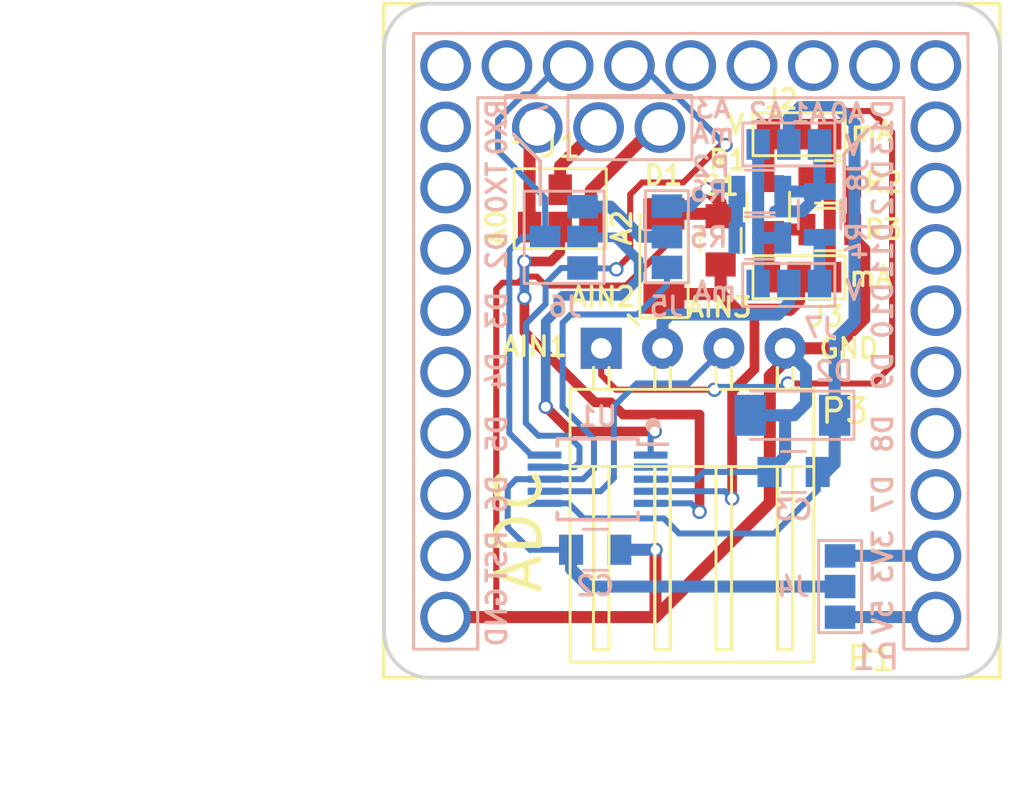
<source format=kicad_pcb>
(kicad_pcb (version 20211014) (generator pcbnew)
  (title_block (title "Microduino ADC DE") (date "07 dicembre 2019") (rev "1.0"))
  (layers (0 "F.Cu" signal) (31 "B.Cu" signal) (34 "B.Paste" user) (35 "F.Paste" user) (36 "B.SilkS" user "B.Silkscreen") (37 "F.SilkS" user "F.Silkscreen") (38 "B.Mask" user) (39 "F.Mask" user) (44 "Edge.Cuts" user))
  (net 0 "")
  (net 1 "+5V")
  (net 2 "+3V3")
  (net 3 "/D7")
  (net 4 "/D8")
  (net 5 "/D10")
  (net 6 "/D11")
  (net 7 "/D12")
  (net 8 "/D13")
  (net 9 "/D2")
  (net 10 "/D3")
  (net 11 "/A0")
  (net 12 "/A1")
  (net 13 "/A2")
  (net 14 "/A3")
  (net 15 "/SDA")
  (net 16 "/SCL")
  (net 17 "/A6")
  (net 18 "/A7")
  (net 19 "/RX0")
  (net 20 "/D4")
  (net 21 "/D5")
  (net 22 "/D6")
  (net 23 "/RESET")
  (net 24 "GND")
  (net 25 "/TX0")
  (net 26 "/AREF")
  (net 27 "Net-(J1-Pad1)")
  (net 28 "Net-(J1-Pad2)")
  (net 29 "Net-(J1-Pad3)")
  (net 30 "Net-(J3-Pad1)")
  (net 31 "Net-(C1-Pad1)")
  (net 32 "Net-(C2-Pad1)")
  (net 33 "Net-(C3-Pad1)")
  (net 34 "Net-(J2-Pad1)")
  (net 35 "Net-(J2-Pad3)")
  (net 36 "Net-(J5-Pad2)")
  (net 37 "Net-(J6-Pad2)")
  (net 38 "Net-(J7-Pad1)")
  (net 39 "Net-(J7-Pad2)")
  (net 40 "Net-(J7-Pad3)")
  (net 41 "Net-(J8-Pad1)")
  (net 42 "/D9")
  (net 43 "Net-(J1-Pad4)")
  (net 44 "Net-(J2-Pad2)")
  (net 45 "Net-(P3-Pad3)")
  (footprint "Libreria_PCB_mia:WHURT_4pin_90°_61900411021" (layer "F.Cu") (at 147.711 77.025)
    (fp_text reference "P3" (at 10.1 2.6) (layer "F.SilkS"))
    (fp_text value "CONN_01X04")
    (pad "1" thru_hole rect locked (at 0 0) (size 1.7 1.7) (drill 0.85) (layers *.Cu *.Mask) (net 44 "Net-(J2-Pad2)"))
    (pad "2" thru_hole circle locked (at 2.54 0) (size 1.7 1.7) (drill 0.85) (layers *.Cu *.Mask) (net 39 "Net-(J7-Pad2)"))
    (pad "3" thru_hole circle locked (at 5.08 0) (size 1.7 1.7) (drill 0.85) (layers *.Cu *.Mask) (net 45 "Net-(P3-Pad3)"))
    (pad "4" thru_hole circle locked (at 7.62 0) (size 1.7 1.7) (drill 0.85) (layers *.Cu *.Mask) (net 24 "GND"))
  )
  (footprint "Resistors_SMD:R_0805" (layer "F.Cu") (at 154.636 71.15 90)
    (fp_text reference "R1" (at 1.925 -1.675) (layer "F.SilkS") (effects (font (size 0.8 0.8))))
    (fp_text value "110k")
    (pad "1" smd rect locked (at -0.95 0 90) (size 0.7 1.3) (layers "F.Cu" "F.Paste" "F.Mask") (net 30 "Net-(J3-Pad1)"))
    (pad "2" smd rect locked (at 0.95 0 90) (size 0.7 1.3) (layers "F.Cu" "F.Paste" "F.Mask") (net 34 "Net-(J2-Pad1)"))
  )
  (footprint "Resistors_SMD:R_0805" (layer "F.Cu") (at 157.186 70.125)
    (fp_text reference "R2" (at 2.225 0.025) (layer "F.SilkS") (effects (font (size 0.8 0.8))))
    (fp_text value "82")
    (pad "1" smd rect locked (at -0.95 0) (size 0.7 1.3) (layers "F.Cu" "F.Paste" "F.Mask") (net 35 "Net-(J2-Pad3)"))
    (pad "2" smd rect locked (at 0.95 0) (size 0.7 1.3) (layers "F.Cu" "F.Paste" "F.Mask") (net 24 "GND"))
  )
  (footprint "Capacitors_SMD:C_0805" (layer "F.Cu") (at 152.661 72.55 90)
    (fp_text reference "C1" (at 2.275 -0.025 180) (layer "F.SilkS") (effects (font (size 0.8 0.8))))
    (fp_text value "100nF")
    (pad "1" smd rect locked (at -1 0 90) (size 1 1.25) (layers "F.Cu" "F.Paste" "F.Mask") (net 31 "Net-(C1-Pad1)"))
    (pad "2" smd rect locked (at 1 0 90) (size 1 1.25) (layers "F.Cu" "F.Paste" "F.Mask") (net 24 "GND"))
  )
  (footprint "Diodes_SMD:D_MiniMELF" (layer "F.Cu") (at 150.311 73.2 90)
    (fp_text reference "D1" (at 3.35 -0.025 180) (layer "F.SilkS") (effects (font (size 0.8 0.8))))
    (fp_text value "BZV55-B4V7,115")
    (pad "1" smd rect locked (at -1.75 0 90) (size 1.3 1.7) (layers "F.Cu" "F.Paste" "F.Mask") (net 31 "Net-(C1-Pad1)"))
    (pad "2" smd rect locked (at 1.75 0 90) (size 1.3 1.7) (layers "F.Cu" "F.Paste" "F.Mask") (net 24 "GND"))
  )
  (footprint "Resistors_SMD:R_0805" (layer "F.Cu") (at 157.186 72.1)
    (fp_text reference "R3" (at 2.225 0) (layer "F.SilkS") (effects (font (size 0.8 0.8))))
    (fp_text value "20k")
    (pad "1" smd rect locked (at -0.95 0) (size 0.7 1.3) (layers "F.Cu" "F.Paste" "F.Mask") (net 30 "Net-(J3-Pad1)"))
    (pad "2" smd rect locked (at 0.95 0) (size 0.7 1.3) (layers "F.Cu" "F.Paste" "F.Mask") (net 24 "GND"))
  )
  (footprint "Connectors:GS3" (layer "F.Cu") (at 155.911 68.15 90)
    (fp_text reference "J2" (at 1.45 -0.75 180) (layer "F.SilkS") (effects (font (size 0.8 0.8))))
    (fp_text value "GS3")
    (pad "1" smd rect locked (at 0 -1.27 90) (size 1.27 0.97) (layers "F.Cu" "F.Paste" "F.Mask") (net 34 "Net-(J2-Pad1)"))
    (pad "2" smd rect locked (at 0 0 90) (size 1.27 0.97) (layers "F.Cu" "F.Paste" "F.Mask") (net 44 "Net-(J2-Pad2)"))
    (pad "3" smd rect locked (at 0 1.27 90) (size 1.27 0.97) (layers "F.Cu" "F.Paste" "F.Mask") (net 35 "Net-(J2-Pad3)"))
  )
  (footprint "Connectors:GS3" (layer "F.Cu") (at 155.911 74.075 90)
    (fp_text reference "J3" (at -1.625 1.15 180) (layer "F.SilkS") (effects (font (size 0.8 0.8))))
    (fp_text value "GS3")
    (pad "1" smd rect locked (at 0 -1.27 90) (size 1.27 0.97) (layers "F.Cu" "F.Paste" "F.Mask") (net 30 "Net-(J3-Pad1)"))
    (pad "2" smd rect locked (at 0 0 90) (size 1.27 0.97) (layers "F.Cu" "F.Paste" "F.Mask") (net 31 "Net-(C1-Pad1)"))
    (pad "3" smd rect locked (at 0 1.27 90) (size 1.27 0.97) (layers "F.Cu" "F.Paste" "F.Mask") (net 35 "Net-(J2-Pad3)"))
  )
  (footprint "Libreria_PCB_mia:GS4" (layer "F.Cu") (at 146.011 72 -90)
    (fp_text reference "J1" (at -3.39 0) (layer "F.SilkS"))
    (fp_text value "GS4_b")
    (pad "1" smd rect locked (at 0 -1.27 270) (size 1.27 0.97) (layers "F.Cu" "F.Paste" "F.Mask") (net 27 "Net-(J1-Pad1)"))
    (pad "2" smd rect locked (at 0 0 270) (size 1.27 0.97) (layers "F.Cu" "F.Paste" "F.Mask") (net 28 "Net-(J1-Pad2)"))
    (pad "3" smd rect locked (at 0 1.27 270) (size 1.27 0.97) (layers "F.Cu" "F.Paste" "F.Mask") (net 29 "Net-(J1-Pad3)"))
    (pad "4" smd rect locked (at -1.55 0 270) (size 1.27 0.97) (layers "F.Cu" "F.Paste" "F.Mask") (net 43 "Net-(J1-Pad4)"))
  )
  (footprint "Libreria_PCB_mia:Upin_27" (layer "B.Cu") (at 161.581 88.165 180)
    (fp_text reference "P1" (at 2.48 -1.67 180) (layer "B.SilkS") (effects (justify mirror)))
    (fp_text value "CONN_1x27")
    (fp_text user "A1" (at 5.27 20.89 180) (layer "B.SilkS") (effects (font (size 0.8 0.8)) (justify mirror)))
    (fp_text user "D4" (at 18.2 10.2 90) (layer "B.SilkS") (effects (font (size 0.8 0.8)) (justify mirror)))
    (fp_text user "3V3" (at 2.2 2.5 90) (layer "B.SilkS") (effects (font (size 0.8 0.8)) (justify mirror)))
    (fp_text user "D11" (at 2.2 15.2 90) (layer "B.SilkS") (effects (font (size 0.8 0.8)) (justify mirror)))
    (fp_text user "D8" (at 2.2 7.6 90) (layer "B.SilkS") (effects (font (size 0.8 0.8)) (justify mirror)))
    (fp_text user "A0" (at 3.67 20.89 180) (layer "B.SilkS") (effects (font (size 0.8 0.8)) (justify mirror)))
    (fp_text user "D5" (at 18.2 7.6 90) (layer "B.SilkS") (effects (font (size 0.8 0.8)) (justify mirror)))
    (fp_text user "GND" (at 18.2 0 90) (layer "B.SilkS") (effects (font (size 0.8 0.8)) (justify mirror)))
    (fp_text user "TX0" (at 18.2 17.8 90) (layer "B.SilkS") (effects (font (size 0.8 0.8)) (justify mirror)))
    (fp_text user "A2" (at 7.02 20.89 180) (layer "B.SilkS") (effects (font (size 0.8 0.8)) (justify mirror)))
    (fp_text user "A3" (at 9.245 21.09 180) (layer "B.SilkS") (effects (font (size 0.8 0.8)) (justify mirror)))
    (fp_text user "D10" (at 2.2 12.7 90) (layer "B.SilkS") (effects (font (size 0.8 0.8)) (justify mirror)))
    (fp_text user "D6" (at 18.2 5.1 90) (layer "B.SilkS") (effects (font (size 0.8 0.8)) (justify mirror)))
    (fp_text user "D3" (at 18.2 12.7 90) (layer "B.SilkS") (effects (font (size 0.8 0.8)) (justify mirror)))
    (fp_text user "D12" (at 2.2 17.8 90) (layer "B.SilkS") (effects (font (size 0.8 0.8)) (justify mirror)))
    (fp_text user "RST" (at 18.2 2.5 90) (layer "B.SilkS") (effects (font (size 0.8 0.8)) (justify mirror)))
    (fp_text user "A6" (at 16.5 20.5 90) (layer "B.SilkS") (effects (font (size 0.8 0.8)) (justify mirror)))
    (fp_text user "D9" (at 2.2 10.2 90) (layer "B.SilkS") (effects (font (size 0.8 0.8)) (justify mirror)))
    (fp_text user "RX0" (at 18.2 20.3 90) (layer "B.SilkS") (effects (font (size 0.8 0.8)) (justify mirror)))
    (fp_text user "5V" (at 2.2 0 90) (layer "B.SilkS") (effects (font (size 0.8 0.8)) (justify mirror)))
    (fp_text user "D7" (at 2.2 5.1 90) (layer "B.SilkS") (effects (font (size 0.8 0.8)) (justify mirror)))
    (fp_text user "D2" (at 18.2 15.2 90) (layer "B.SilkS") (effects (font (size 0.8 0.8)) (justify mirror)))
    (fp_text user "D13" (at 2.2 20.3 90) (layer "B.SilkS") (effects (font (size 0.8 0.8)) (justify mirror)))
    (fp_text user "P1" (at 2.695 -1.71 180) (layer "F.SilkS"))
    (pad "1" thru_hole circle locked (at 0 0 180) (size 2.1 2.1) (drill 1.5) (layers *.Cu *.Mask) (net 1 "+5V"))
    (pad "2" thru_hole circle locked (at 0 2.54 180) (size 2.1 2.1) (drill 1.5) (layers *.Cu *.Mask) (net 2 "+3V3"))
    (pad "3" thru_hole circle locked (at 0 5.08 180) (size 2.1 2.1) (drill 1.5) (layers *.Cu *.Mask) (net 3 "/D7"))
    (pad "4" thru_hole circle locked (at 0 7.62 180) (size 2.1 2.1) (drill 1.5) (layers *.Cu *.Mask) (net 4 "/D8"))
    (pad "5" thru_hole circle locked (at 0 10.16 180) (size 2.1 2.1) (drill 1.5) (layers *.Cu *.Mask) (net 42 "/D9"))
    (pad "6" thru_hole circle locked (at 0 12.7 180) (size 2.1 2.1) (drill 1.5) (layers *.Cu *.Mask) (net 5 "/D10"))
    (pad "7" thru_hole circle locked (at 0 15.24 180) (size 2.1 2.1) (drill 1.5) (layers *.Cu *.Mask) (net 6 "/D11"))
    (pad "8" thru_hole circle locked (at 0 17.78 180) (size 2.1 2.1) (drill 1.5) (layers *.Cu *.Mask) (net 7 "/D12"))
    (pad "9" thru_hole circle locked (at 0 20.32 180) (size 2.1 2.1) (drill 1.5) (layers *.Cu *.Mask) (net 8 "/D13"))
    (pad "10" thru_hole circle locked (at 0 22.86 180) (size 2.1 2.1) (drill 1.5) (layers *.Cu *.Mask) (net 26 "/AREF"))
    (pad "11" thru_hole circle locked (at 2.54 22.86 180) (size 2.1 2.1) (drill 1.5) (layers *.Cu *.Mask) (net 11 "/A0"))
    (pad "12" thru_hole circle locked (at 5.08 22.86 180) (size 2.1 2.1) (drill 1.5) (layers *.Cu *.Mask) (net 12 "/A1"))
    (pad "13" thru_hole circle locked (at 7.62 22.86 180) (size 2.1 2.1) (drill 1.5) (layers *.Cu *.Mask) (net 13 "/A2"))
    (pad "14" thru_hole circle locked (at 10.16 22.86 180) (size 2.1 2.1) (drill 1.5) (layers *.Cu *.Mask) (net 14 "/A3"))
    (pad "15" thru_hole circle locked (at 12.7 22.86 180) (size 2.1 2.1) (drill 1.5) (layers *.Cu *.Mask) (net 15 "/SDA"))
    (pad "16" thru_hole circle locked (at 15.24 22.86 180) (size 2.1 2.1) (drill 1.5) (layers *.Cu *.Mask) (net 16 "/SCL"))
    (pad "17" thru_hole circle locked (at 17.78 22.86 180) (size 2.1 2.1) (drill 1.5) (layers *.Cu *.Mask) (net 17 "/A6"))
    (pad "18" thru_hole circle locked (at 20.32 22.86 180) (size 2.1 2.1) (drill 1.5) (layers *.Cu *.Mask) (net 18 "/A7"))
    (pad "19" thru_hole circle locked (at 20.32 20.32 180) (size 2.1 2.1) (drill 1.5) (layers *.Cu *.Mask) (net 19 "/RX0"))
    (pad "20" thru_hole circle locked (at 20.32 17.78 180) (size 2.1 2.1) (drill 1.5) (layers *.Cu *.Mask) (net 25 "/TX0"))
    (pad "21" thru_hole circle locked (at 20.32 15.24 180) (size 2.1 2.1) (drill 1.5) (layers *.Cu *.Mask) (net 9 "/D2"))
    (pad "22" thru_hole circle locked (at 20.32 12.7 180) (size 2.1 2.1) (drill 1.5) (layers *.Cu *.Mask) (net 10 "/D3"))
    (pad "23" thru_hole circle locked (at 20.32 10.16 180) (size 2.1 2.1) (drill 1.5) (layers *.Cu *.Mask) (net 20 "/D4"))
    (pad "24" thru_hole circle locked (at 20.32 7.62 180) (size 2.1 2.1) (drill 1.5) (layers *.Cu *.Mask) (net 21 "/D5"))
    (pad "25" thru_hole circle locked (at 20.32 5.08 180) (size 2.1 2.1) (drill 1.5) (layers *.Cu *.Mask) (net 22 "/D6"))
    (pad "26" thru_hole circle locked (at 20.32 2.54 180) (size 2.1 2.1) (drill 1.5) (layers *.Cu *.Mask) (net 23 "/RESET"))
    (pad "27" thru_hole circle locked (at 20.32 0 180) (size 2.1 2.1) (drill 1.5) (layers *.Cu *.Mask) (net 24 "GND"))
  )
  (footprint "Connectors:GS3" (layer "B.Cu") (at 157.611 86.9 180)
    (fp_text reference "J4" (at 1.95 0 180) (layer "B.SilkS") (effects (font (size 0.8 0.8)) (justify mirror)))
    (fp_text value "GS3")
    (pad "1" smd rect locked (at 0 1.27 180) (size 1.27 0.97) (layers "B.Cu" "B.Paste" "B.Mask") (net 2 "+3V3"))
    (pad "2" smd rect locked (at 0 0 180) (size 1.27 0.97) (layers "B.Cu" "B.Paste" "B.Mask") (net 32 "Net-(C2-Pad1)"))
    (pad "3" smd rect locked (at 0 -1.27 180) (size 1.27 0.97) (layers "B.Cu" "B.Paste" "B.Mask") (net 1 "+5V"))
  )
  (footprint "Pin_Headers:Pin_Header_Straight_1x03_Pitch2.54mm" (layer "B.Cu") (at 145.061 67.875 -90)
    (fp_text reference "P2" (at 1.625 -7.2) (layer "B.SilkS") (effects (font (size 0.8 0.8)) (justify mirror)))
    (fp_text value "CONN_01X03")
    (pad "1" thru_hole circle locked (at 0 0 270) (size 2.1 2.1) (drill 1.5) (layers *.Cu *.Mask) (net 29 "Net-(J1-Pad3)"))
    (pad "2" thru_hole circle locked (at 0 -2.54 270) (size 2.1 2.1) (drill 1.5) (layers *.Cu *.Mask) (net 43 "Net-(J1-Pad4)"))
    (pad "3" thru_hole circle locked (at 0 -5.08 270) (size 2.1 2.1) (drill 1.5) (layers *.Cu *.Mask) (net 27 "Net-(J1-Pad1)"))
  )
  (footprint "Capacitors_SMD:C_0805" (layer "B.Cu") (at 147.461 85.375)
    (fp_text reference "C2" (at 0 1.5) (layer "B.SilkS") (effects (font (size 0.8 0.8)) (justify mirror)))
    (fp_text value "100nF")
    (pad "1" smd rect locked (at -1 0) (size 1 1.25) (layers "B.Cu" "B.Paste" "B.Mask") (net 32 "Net-(C2-Pad1)"))
    (pad "2" smd rect locked (at 1 0) (size 1 1.25) (layers "B.Cu" "B.Paste" "B.Mask") (net 24 "GND"))
  )
  (footprint "Capacitors_SMD:C_0805" (layer "B.Cu") (at 155.686 82.15 180)
    (fp_text reference "C3" (at 0 -1.575 180) (layer "B.SilkS") (effects (font (size 0.8 0.8)) (justify mirror)))
    (fp_text value "100nF")
    (pad "1" smd rect locked (at -1 0 180) (size 1 1.25) (layers "B.Cu" "B.Paste" "B.Mask") (net 33 "Net-(C3-Pad1)"))
    (pad "2" smd rect locked (at 1 0 180) (size 1 1.25) (layers "B.Cu" "B.Paste" "B.Mask") (net 24 "GND"))
  )
  (footprint "Diodes_SMD:D_MiniMELF" (layer "B.Cu") (at 155.636 79.8 180)
    (fp_text reference "D2" (at -1.725 1.825 180) (layer "B.SilkS") (effects (font (size 0.8 0.8)) (justify mirror)))
    (fp_text value "BZV55-B4V7,115")
    (pad "1" smd rect locked (at -1.75 0 180) (size 1.3 1.7) (layers "B.Cu" "B.Paste" "B.Mask") (net 33 "Net-(C3-Pad1)"))
    (pad "2" smd rect locked (at 1.75 0 180) (size 1.3 1.7) (layers "B.Cu" "B.Paste" "B.Mask") (net 24 "GND"))
  )
  (footprint "Connectors:GS3" (layer "B.Cu") (at 150.436 72.4)
    (fp_text reference "J5" (at -0.025 2.9 180) (layer "B.SilkS") (effects (font (size 0.8 0.8)) (justify mirror)))
    (fp_text value "GS3")
    (pad "1" smd rect locked (at 0 1.27) (size 1.27 0.97) (layers "B.Cu" "B.Paste" "B.Mask") (net 32 "Net-(C2-Pad1)"))
    (pad "2" smd rect locked (at 0 0) (size 1.27 0.97) (layers "B.Cu" "B.Paste" "B.Mask") (net 36 "Net-(J5-Pad2)"))
    (pad "3" smd rect locked (at 0 -1.27) (size 1.27 0.97) (layers "B.Cu" "B.Paste" "B.Mask") (net 24 "GND"))
  )
  (footprint "Libreria_PCB_mia:GS4" (layer "B.Cu") (at 146.936 72.425)
    (fp_text reference "J6" (at -0.725 2.875) (layer "B.SilkS") (effects (font (size 0.8 0.8)) (justify mirror)))
    (fp_text value "GS4_b")
    (pad "1" smd rect locked (at 0 1.27) (size 1.27 0.97) (layers "B.Cu" "B.Paste" "B.Mask") (net 15 "/SDA"))
    (pad "2" smd rect locked (at 0 0) (size 1.27 0.97) (layers "B.Cu" "B.Paste" "B.Mask") (net 37 "Net-(J6-Pad2)"))
    (pad "3" smd rect locked (at 0 -1.27) (size 1.27 0.97) (layers "B.Cu" "B.Paste" "B.Mask") (net 36 "Net-(J5-Pad2)"))
    (pad "4" smd rect locked (at -1.55 0) (size 1.27 0.97) (layers "B.Cu" "B.Paste" "B.Mask") (net 16 "/SCL"))
  )
  (footprint "Connectors:GS3" (layer "B.Cu") (at 155.486 74.4 90)
    (fp_text reference "J7" (at -1.775 1.325 180) (layer "B.SilkS") (effects (font (size 0.8 0.8)) (justify mirror)))
    (fp_text value "GS3")
    (pad "1" smd rect locked (at 0 1.27 90) (size 1.27 0.97) (layers "B.Cu" "B.Paste" "B.Mask") (net 38 "Net-(J7-Pad1)"))
    (pad "2" smd rect locked (at 0 0 90) (size 1.27 0.97) (layers "B.Cu" "B.Paste" "B.Mask") (net 39 "Net-(J7-Pad2)"))
    (pad "3" smd rect locked (at 0 -1.27 90) (size 1.27 0.97) (layers "B.Cu" "B.Paste" "B.Mask") (net 40 "Net-(J7-Pad3)"))
  )
  (footprint "Connectors:GS3" (layer "B.Cu") (at 155.486 68.575 90)
    (fp_text reference "J8" (at -1.275 2.875 270) (layer "B.SilkS") (effects (font (size 0.8 0.8)) (justify mirror)))
    (fp_text value "GS3")
    (pad "1" smd rect locked (at 0 1.27 90) (size 1.27 0.97) (layers "B.Cu" "B.Paste" "B.Mask") (net 41 "Net-(J8-Pad1)"))
    (pad "2" smd rect locked (at 0 0 90) (size 1.27 0.97) (layers "B.Cu" "B.Paste" "B.Mask") (net 33 "Net-(C3-Pad1)"))
    (pad "3" smd rect locked (at 0 -1.27 90) (size 1.27 0.97) (layers "B.Cu" "B.Paste" "B.Mask") (net 40 "Net-(J7-Pad3)"))
  )
  (footprint "Resistors_SMD:R_0805" (layer "B.Cu") (at 156.761 71.475 -90)
    (fp_text reference "R4" (at 1.1 -1.55 90) (layer "B.SilkS") (effects (font (size 0.8 0.8)) (justify mirror)))
    (fp_text value "110k")
    (pad "1" smd rect locked (at -0.95 0 270) (size 0.7 1.3) (layers "B.Cu" "B.Paste" "B.Mask") (net 41 "Net-(J8-Pad1)"))
    (pad "2" smd rect locked (at 0.95 0 270) (size 0.7 1.3) (layers "B.Cu" "B.Paste" "B.Mask") (net 38 "Net-(J7-Pad1)"))
  )
  (footprint "Resistors_SMD:R_0805" (layer "B.Cu") (at 154.286 72.45 180)
    (fp_text reference "R5" (at 2.125 0.025 180) (layer "B.SilkS") (effects (font (size 0.8 0.8)) (justify mirror)))
    (fp_text value "82")
    (pad "1" smd rect locked (at -0.95 0 180) (size 0.7 1.3) (layers "B.Cu" "B.Paste" "B.Mask") (net 40 "Net-(J7-Pad3)"))
    (pad "2" smd rect locked (at 0.95 0 180) (size 0.7 1.3) (layers "B.Cu" "B.Paste" "B.Mask") (net 24 "GND"))
  )
  (footprint "Resistors_SMD:R_0805" (layer "B.Cu") (at 154.286 70.525 180)
    (fp_text reference "R6" (at 2.125 0 180) (layer "B.SilkS") (effects (font (size 0.8 0.8)) (justify mirror)))
    (fp_text value "20k")
    (pad "1" smd rect locked (at -0.95 0 180) (size 0.7 1.3) (layers "B.Cu" "B.Paste" "B.Mask") (net 41 "Net-(J8-Pad1)"))
    (pad "2" smd rect locked (at 0.95 0 180) (size 0.7 1.3) (layers "B.Cu" "B.Paste" "B.Mask") (net 24 "GND"))
  )
  (footprint "Housings_SSOP:MSOP-10_3x3mm_Pitch0.5mm" (layer "B.Cu") (at 147.561 82.45 180)
    (fp_text reference "U1" (at 0 2.6 180) (layer "B.SilkS") (effects (font (size 0.8 0.8)) (justify mirror)))
    (fp_text value "ADS1115")
    (pad "1" smd rect locked (at -2.2 1 180) (size 1.4 0.3) (layers "B.Cu" "B.Paste" "B.Mask") (net 37 "Net-(J6-Pad2)"))
    (pad "2" smd rect locked (at -2.2 0.5 180) (size 1.4 0.3) (layers "B.Cu" "B.Paste" "B.Mask"))
    (pad "3" smd rect locked (at -2.2 0 180) (size 1.4 0.3) (layers "B.Cu" "B.Paste" "B.Mask") (net 24 "GND"))
    (pad "4" smd rect locked (at -2.2 -0.5 180) (size 1.4 0.3) (layers "B.Cu" "B.Paste" "B.Mask") (net 31 "Net-(C1-Pad1)"))
    (pad "5" smd rect locked (at -2.2 -1 180) (size 1.4 0.3) (layers "B.Cu" "B.Paste" "B.Mask") (net 28 "Net-(J1-Pad2)"))
    (pad "6" smd rect locked (at 2.2 -1 180) (size 1.4 0.3) (layers "B.Cu" "B.Paste" "B.Mask") (net 33 "Net-(C3-Pad1)"))
    (pad "7" smd rect locked (at 2.2 -0.5 180) (size 1.4 0.3) (layers "B.Cu" "B.Paste" "B.Mask") (net 45 "Net-(P3-Pad3)"))
    (pad "8" smd rect locked (at 2.2 0 180) (size 1.4 0.3) (layers "B.Cu" "B.Paste" "B.Mask") (net 32 "Net-(C2-Pad1)"))
    (pad "9" smd rect locked (at 2.2 0.5 180) (size 1.4 0.3) (layers "B.Cu" "B.Paste" "B.Mask") (net 15 "/SDA"))
    (pad "10" smd rect locked (at 2.2 1 180) (size 1.4 0.3) (layers "B.Cu" "B.Paste" "B.Mask") (net 16 "/SCL"))
  )
  (gr_circle (center 149.861 80.225) (end 149.936 80.375) (layer "B.SilkS") (width 0.3) (fill none))
  (gr_line (start 138.701 62.745) (end 138.701 90.675) (layer "F.SilkS") (width 0.15))
  (gr_line (start 148.836 75.65) (end 149.236 76.05) (layer "F.SilkS") (width 0.15))
  (gr_line (start 164.241 62.745) (end 138.701 62.745) (layer "F.SilkS") (width 0.15))
  (gr_line (start 144.086 68.475) (end 144.261 68.475) (layer "F.SilkS") (width 0.15))
  (gr_line (start 138.701 90.675) (end 164.241 90.675) (layer "F.SilkS") (width 0.15))
  (gr_line (start 164.241 90.675) (end 164.241 62.745) (layer "F.SilkS") (width 0.15))
  (gr_arc (start 140.6144 90.678) (mid 139.267362 90.120038) (end 138.7094 88.773) (layer "Edge.Cuts") (width 0.15))
  (gr_arc (start 138.7094 64.643) (mid 139.267362 63.295962) (end 140.6144 62.738) (layer "Edge.Cuts") (width 0.15))
  (gr_arc (start 164.2364 88.773) (mid 163.678438 90.120038) (end 162.3314 90.678) (layer "Edge.Cuts") (width 0.15))
  (gr_line (start 164.2364 64.643) (end 164.2364 88.773) (layer "Edge.Cuts") (width 0.15))
  (gr_line (start 140.6144 62.738) (end 162.3314 62.738) (layer "Edge.Cuts") (width 0.15))
  (gr_line (start 138.7094 88.773) (end 138.7094 64.643) (layer "Edge.Cuts") (width 0.15))
  (gr_line (start 162.3314 90.678) (end 140.6144 90.678) (layer "Edge.Cuts") (width 0.15))
  (gr_arc (start 164.2364 88.773) (mid 163.678438 90.120038) (end 162.3314 90.678) (layer "Edge.Cuts") (width 0.15))
  (gr_arc (start 138.7094 64.643) (mid 139.267362 63.295962) (end 140.6144 62.738) (layer "Edge.Cuts") (width 0.15))
  (gr_arc (start 140.6144 90.678) (mid 139.267362 90.120038) (end 138.7094 88.773) (layer "Edge.Cuts") (width 0.15))
  (gr_arc (start 162.3314 62.738) (mid 163.678438 63.295962) (end 164.2364 64.643) (layer "Edge.Cuts") (width 0.15))
  (gr_line (start 140.6144 62.738) (end 162.3314 62.738) (layer "Edge.Cuts") (width 0.15))
  (gr_line (start 164.2364 64.643) (end 164.2364 88.773) (layer "Edge.Cuts") (width 0.15))
  (gr_line (start 138.7094 88.773) (end 138.7094 64.643) (layer "Edge.Cuts") (width 0.15))
  (gr_line (start 162.3314 90.678) (end 140.6144 90.678) (layer "Edge.Cuts") (width 0.15))
  (gr_arc (start 162.3314 62.738) (mid 163.678438 63.295962) (end 164.2364 64.643) (layer "Edge.Cuts") (width 0.15))
  (gr_text "V" (at 158.186 74.625) (layer "B.SilkS") (effects (font (size 0.8 0.8)) (justify mirror)))
  (gr_text "mA" (at 152.361 68.125) (layer "B.SilkS") (effects (font (size 0.8 0.8)) (justify mirror)))
  (gr_text "V" (at 158.161 68.625) (layer "B.SilkS") (effects (font (size 0.8 0.8)) (justify mirror)))
  (gr_text "mA" (at 152.436 74.675) (layer "B.SilkS") (effects (font (size 0.8 0.8)) (justify mirror)))
  (gr_text "AIN1" (at 146.386 76.95) (layer "F.SilkS") (effects (font (size 0.8 0.8)) (justify right)))
  (gr_text "V" (at 153.286 67.75) (layer "F.SilkS") (effects (font (size 0.8 0.8))))
  (gr_text "AIN3" (at 152.611 75.325) (layer "F.SilkS") (effects (font (size 0.8 0.8))))
  (gr_text "AIN2" (at 146.336 74.9) (layer "F.SilkS") (effects (font (size 0.8 0.8)) (justify left)))
  (gr_text "A2" (at 148.561 72.025 90) (layer "F.SilkS") (effects (font (size 0.8 0.8))))
  (gr_text "mA" (at 158.886 74.05) (layer "F.SilkS") (effects (font (size 0.8 0.8))))
  (gr_text "mA" (at 158.936 68.025) (layer "F.SilkS") (effects (font (size 0.8 0.8))))
  (gr_text "GND" (at 156.661 77.025) (layer "F.SilkS") (effects (font (size 0.8 0.8)) (justify left)))
  (gr_text "A0" (at 143.361 72.025 90) (layer "F.SilkS") (effects (font (size 0.8 0.8))))
  (gr_text "ADC" (at 144.311 84.575 90) (layer "F.SilkS") (effects (font (size 1.8 1.8) (thickness 0.25))))
  (segment (start 157.616 88.165) (end 157.611 88.17) (width 0.5) (layer "B.Cu") (net 1))
  (segment (start 161.581 88.165) (end 157.616 88.165) (width 0.5) (layer "B.Cu") (net 1))
  (segment (start 157.616 85.625) (end 157.611 85.63) (width 0.5) (layer "B.Cu") (net 2))
  (segment (start 161.581 85.625) (end 157.616 85.625) (width 0.5) (layer "B.Cu") (net 2))
  (segment (start 152.861 68.6) (end 152.836 68.625) (width 0.25) (layer "F.Cu") (net 15))
  (segment (start 152.836 68.625) (end 152.636 68.625) (width 0.25) (layer "F.Cu") (net 15))
  (segment (start 152.636 68.625) (end 151.111 70.15) (width 0.25) (layer "F.Cu") (net 15))
  (segment (start 151.111 70.15) (end 149.411 70.15) (width 0.25) (layer "F.Cu") (net 15))
  (segment (start 149.411 70.15) (end 148.911 70.65) (width 0.25) (layer "F.Cu") (net 15))
  (segment (start 148.911 70.65) (end 148.911 73.15) (width 0.25) (layer "F.Cu") (net 15))
  (segment (start 148.911 73.15) (end 148.336 73.75) (width 0.25) (layer "F.Cu") (net 15))
  (via (at 152.861 68.6) (size 0.6) (drill 0.4) (layers "F.Cu" "B.Cu") (net 15))
  (via (at 148.336 73.75) (size 0.6) (drill 0.4) (layers "F.Cu" "B.Cu") (net 15))
  (segment (start 149.391 65.305) (end 150.686 66.6) (width 0.25) (layer "B.Cu") (net 15))
  (segment (start 150.686 66.6) (end 150.861 66.6) (width 0.25) (layer "B.Cu") (net 15))
  (segment (start 150.861 66.6) (end 152.861 68.6) (width 0.25) (layer "B.Cu") (net 15))
  (segment (start 148.336 73.75) (end 148.306 73.72) (width 0.25) (layer "B.Cu") (net 15))
  (segment (start 148.306 73.72) (end 146.936 73.695) (width 0.25) (layer "B.Cu") (net 15))
  (segment (start 145.404501 75.188678) (end 144.586 76.007179) (width 0.25) (layer "B.Cu") (net 15))
  (segment (start 145.404501 74.341499) (end 145.404501 75.188678) (width 0.25) (layer "B.Cu") (net 15))
  (segment (start 144.586 76.007179) (end 144.586 80.125) (width 0.25) (layer "B.Cu") (net 15))
  (segment (start 146.611 81.95) (end 145.361 81.95) (width 0.25) (layer "B.Cu") (net 15))
  (segment (start 146.811 81.75) (end 146.611 81.95) (width 0.25) (layer "B.Cu") (net 15))
  (segment (start 146.811 81.125) (end 146.811 81.75) (width 0.25) (layer "B.Cu") (net 15))
  (segment (start 146.336 80.65) (end 146.811 81.125) (width 0.25) (layer "B.Cu") (net 15))
  (segment (start 146.936 73.695) (end 146.051 73.695) (width 0.25) (layer "B.Cu") (net 15))
  (segment (start 146.051 73.695) (end 145.404501 74.341499) (width 0.25) (layer "B.Cu") (net 15))
  (segment (start 144.586 80.125) (end 145.111 80.65) (width 0.25) (layer "B.Cu") (net 15))
  (segment (start 145.111 80.65) (end 146.336 80.65) (width 0.25) (layer "B.Cu") (net 15))
  (segment (start 148.881 65.305) (end 149.391 65.305) (width 0.25) (layer "B.Cu") (net 15))
  (segment (start 145.981 65.305) (end 144.786 66.5) (width 0.25) (layer "B.Cu") (net 16))
  (segment (start 144.786 66.5) (end 144.486 66.5) (width 0.25) (layer "B.Cu") (net 16))
  (segment (start 144.486 66.5) (end 143.436 67.55) (width 0.25) (layer "B.Cu") (net 16))
  (segment (start 143.436 67.55) (end 143.436 68.85) (width 0.25) (layer "B.Cu") (net 16))
  (segment (start 143.436 68.85) (end 145.386 70.8) (width 0.25) (layer "B.Cu") (net 16))
  (segment (start 145.386 70.8) (end 145.386 72.425) (width 0.25) (layer "B.Cu") (net 16))
  (segment (start 145.361 81.45) (end 144.811 81.45) (width 0.25) (layer "B.Cu") (net 16))
  (segment (start 143.901499 80.540499) (end 143.901499 72.959501) (width 0.25) (layer "B.Cu") (net 16))
  (segment (start 146.341 65.305) (end 145.981 65.305) (width 0.25) (layer "B.Cu") (net 16))
  (segment (start 143.901499 72.959501) (end 144.436 72.425) (width 0.25) (layer "B.Cu") (net 16))
  (segment (start 144.811 81.45) (end 143.901499 80.540499) (width 0.25) (layer "B.Cu") (net 16))
  (segment (start 144.436 72.425) (end 145.386 72.425) (width 0.25) (layer "B.Cu") (net 16))
  (segment (start 158.136 72.45) (end 158.611 72.925) (width 0.5) (layer "F.Cu") (net 24))
  (segment (start 158.611 72.925) (end 158.611 75.8) (width 0.5) (layer "F.Cu") (net 24))
  (segment (start 158.611 75.8) (end 157.386 77.025) (width 0.5) (layer "F.Cu") (net 24))
  (segment (start 157.386 77.025) (end 155.331 77.025) (width 0.5) (layer "F.Cu") (net 24))
  (segment (start 152.086 70.425) (end 152.661 71) (width 0.5) (layer "F.Cu") (net 24))
  (segment (start 152.661 71) (end 152.661 71.55) (width 0.5) (layer "F.Cu") (net 24))
  (segment (start 152.561 71.45) (end 152.661 71.55) (width 0.5) (layer "F.Cu") (net 24))
  (segment (start 149.961 85.375) (end 149.961 88.165) (width 0.5) (layer "F.Cu") (net 24))
  (segment (start 149.961 88.165) (end 143.361 88.165) (width 0.5) (layer "F.Cu") (net 24))
  (segment (start 143.361 88.165) (end 141.261 88.165) (width 0.5) (layer "F.Cu") (net 24))
  (segment (start 158.136 70.125) (end 158.136 72.1) (width 0.5) (layer "F.Cu") (net 24))
  (segment (start 158.136 72.1) (end 158.136 72.45) (width 0.5) (layer "F.Cu") (net 24))
  (segment (start 144.267322 74.305499) (end 143.626501 74.305499) (width 0.25) (layer "F.Cu") (net 24))
  (segment (start 155.331 77.025) (end 155.331 77.543044) (width 0.5) (layer "F.Cu") (net 24))
  (segment (start 143.361 74.571) (end 143.361 88.165) (width 0.25) (layer "F.Cu") (net 24))
  (segment (start 150.311 71.45) (end 150.311 72.85) (width 0.25) (layer "F.Cu") (net 24))
  (segment (start 148.739 74.422) (end 145.404501 74.422) (width 0.25) (layer "F.Cu") (net 24))
  (segment (start 143.626501 74.305499) (end 143.361 74.571) (width 0.25) (layer "F.Cu") (net 24))
  (segment (start 144.521322 74.051499) (end 144.267322 74.305499) (width 0.25) (layer "F.Cu") (net 24))
  (segment (start 145.404501 74.417322) (end 145.038678 74.051499) (width 0.25) (layer "F.Cu") (net 24))
  (segment (start 155.331 77.543044) (end 154.698499 78.175545) (width 0.5) (layer "F.Cu") (net 24))
  (segment (start 145.404501 74.422) (end 145.404501 74.417322) (width 0.25) (layer "F.Cu") (net 24))
  (segment (start 145.038678 74.051499) (end 144.521322 74.051499) (width 0.25) (layer "F.Cu") (net 24))
  (segment (start 154.698499 78.175545) (end 154.698499 83.427501) (width 0.5) (layer "F.Cu") (net 24))
  (segment (start 150.311 72.85) (end 148.739 74.422) (width 0.25) (layer "F.Cu") (net 24))
  (segment (start 154.698499 83.427501) (end 149.961 88.165) (width 0.5) (layer "F.Cu") (net 24))
  (segment (start 150.311 71.45) (end 152.561 71.45) (width 0.5) (layer "F.Cu") (net 24))
  (via (at 152.086 70.425) (size 0.6) (drill 0.4) (layers "F.Cu" "B.Cu") (net 24))
  (via (at 149.961 85.375) (size 0.6) (drill 0.4) (layers "F.Cu" "B.Cu") (net 24))
  (segment (start 155.331 81.505) (end 154.686 82.15) (width 0.5) (layer "B.Cu") (net 24))
  (segment (start 155.331 79.8) (end 155.331 81.505) (width 0.5) (layer "B.Cu") (net 24))
  (segment (start 151.661 82.45) (end 151.961 82.15) (width 0.25) (layer "B.Cu") (net 24))
  (segment (start 151.961 82.15) (end 154.686 82.15) (width 0.25) (layer "B.Cu") (net 24))
  (segment (start 151.381 71.13) (end 152.086 70.425) (width 0.5) (layer "B.Cu") (net 24))
  (segment (start 153.236 70.425) (end 153.336 70.525) (width 0.5) (layer "B.Cu") (net 24))
  (segment (start 150.436 71.13) (end 151.381 71.13) (width 0.5) (layer "B.Cu") (net 24))
  (segment (start 148.461 85.375) (end 149.961 85.375) (width 0.5) (layer "B.Cu") (net 24))
  (segment (start 152.086 70.425) (end 153.236 70.425) (width 0.5) (layer "B.Cu") (net 24))
  (segment (start 149.761 82.45) (end 151.661 82.45) (width 0.25) (layer "B.Cu") (net 24))
  (segment (start 155.701956 79.8) (end 155.331 79.8) (width 0.5) (layer "B.Cu") (net 24))
  (segment (start 153.886 79.8) (end 155.331 79.8) (width 0.5) (layer "B.Cu") (net 24))
  (segment (start 156.197501 79.304455) (end 155.701956 79.8) (width 0.5) (layer "B.Cu") (net 24))
  (segment (start 155.331 77.025) (end 156.197501 77.891501) (width 0.5) (layer "B.Cu") (net 24))
  (segment (start 153.336 70.525) (end 153.336 72.45) (width 0.5) (layer "B.Cu") (net 24))
  (segment (start 156.197501 77.891501) (end 156.197501 79.304455) (width 0.5) (layer "B.Cu") (net 24))
  (segment (start 147.281 70.475) (end 149.881 67.875) (width 0.5) (layer "F.Cu") (net 27))
  (segment (start 147.281 72) (end 147.281 70.475) (width 0.5) (layer "F.Cu") (net 27))
  (segment (start 150.141 67.875) (end 149.881 67.875) (width 0.5) (layer "F.Cu") (net 27))
  (segment (start 146.011 72.9) (end 146.011 72) (width 0.4) (layer "F.Cu") (net 28))
  (segment (start 144.526 74.93) (end 144.526 76.339022) (width 0.4) (layer "F.Cu") (net 28))
  (segment (start 147.451488 79.26451) (end 148.10874 79.26451) (width 0.4) (layer "F.Cu") (net 28))
  (segment (start 145.619001 73.426999) (end 146.011 73.035) (width 0.4) (layer "F.Cu") (net 28))
  (segment (start 148.10874 79.26451) (end 148.616741 79.772511) (width 0.4) (layer "F.Cu") (net 28))
  (segment (start 148.616741 79.772511) (end 149.05126 79.77251) (width 0.4) (layer "F.Cu") (net 28))
  (segment (start 151.786 79.772511) (end 151.786 83.8) (width 0.4) (layer "F.Cu") (net 28))
  (segment (start 144.526 76.339022) (end 147.451488 79.26451) (width 0.4) (layer "F.Cu") (net 28))
  (segment (start 144.526 73.426999) (end 145.619001 73.426999) (width 0.4) (layer "F.Cu") (net 28))
  (segment (start 149.05126 79.77251) (end 151.786 79.772511) (width 0.4) (layer "F.Cu") (net 28))
  (segment (start 146.011 73.035) (end 146.011 72) (width 0.4) (layer "F.Cu") (net 28))
  (via (at 151.786 83.8) (size 0.6) (drill 0.4) (layers "F.Cu" "B.Cu") (net 28))
  (via (at 144.526 74.93) (size 0.6) (drill 0.4) (layers "F.Cu" "B.Cu") (net 28))
  (via (at 144.526 73.426999) (size 0.6) (drill 0.4) (layers "F.Cu" "B.Cu") (net 28))
  (segment (start 151.436 83.45) (end 151.786 83.8) (width 0.25) (layer "B.Cu") (net 28))
  (segment (start 149.761 83.45) (end 151.436 83.45) (width 0.25) (layer "B.Cu") (net 28))
  (segment (start 144.526 74.93) (end 144.526 73.426999) (width 0.4) (layer "B.Cu") (net 28))
  (segment (start 144.741 68.195) (end 145.061 67.875) (width 0.5) (layer "F.Cu") (net 29))
  (segment (start 144.741 72) (end 144.741 68.195) (width 0.5) (layer "F.Cu") (net 29))
  (segment (start 154.641 72.105) (end 154.636 72.1) (width 0.5) (layer "F.Cu") (net 30))
  (segment (start 154.641 74.075) (end 154.641 72.105) (width 0.5) (layer "F.Cu") (net 30))
  (segment (start 156.236 72.1) (end 154.636 72.1) (width 0.5) (layer "F.Cu") (net 30))
  (segment (start 152.661 74.775) (end 153.311 75.425) (width 0.5) (layer "F.Cu") (net 31))
  (segment (start 153.311 75.425) (end 154.061 75.425) (width 0.5) (layer "F.Cu") (net 31))
  (segment (start 155.536 75.425) (end 155.911 75.05) (width 0.5) (layer "F.Cu") (net 31))
  (segment (start 155.911 75.05) (end 155.911 74.075) (width 0.5) (layer "F.Cu") (net 31))
  (segment (start 152.661 74.3) (end 152.661 74.775) (width 0.5) (layer "F.Cu") (net 31))
  (segment (start 154.061 75.425) (end 155.536 75.425) (width 0.5) (layer "F.Cu") (net 31))
  (segment (start 150.486 74.775) (end 150.311 74.95) (width 0.5) (layer "F.Cu") (net 31))
  (segment (start 153.136 83.25) (end 153.136 78.819496) (width 0.4) (layer "F.Cu") (net 31))
  (segment (start 154.061 77.894496) (end 154.061 75.425) (width 0.4) (layer "F.Cu") (net 31))
  (segment (start 152.661 74.775) (end 150.486 74.775) (width 0.5) (layer "F.Cu") (net 31))
  (segment (start 153.136 78.819496) (end 154.061 77.894496) (width 0.4) (layer "F.Cu") (net 31))
  (segment (start 152.661 73.55) (end 152.661 74.3) (width 0.5) (layer "F.Cu") (net 31))
  (via (at 153.136 83.25) (size 0.6) (drill 0.4) (layers "F.Cu" "B.Cu") (net 31))
  (segment (start 152.836 82.95) (end 153.136 83.25) (width 0.25) (layer "B.Cu") (net 31))
  (segment (start 149.761 82.95) (end 152.836 82.95) (width 0.25) (layer "B.Cu") (net 31))
  (segment (start 144.186 82.45) (end 143.836 82.8) (width 0.25) (layer "B.Cu") (net 32))
  (segment (start 143.836 82.8) (end 143.836 84.45) (width 0.25) (layer "B.Cu") (net 32))
  (segment (start 143.836 84.45) (end 144.761 85.375) (width 0.25) (layer "B.Cu") (net 32))
  (segment (start 144.761 85.375) (end 146.461 85.375) (width 0.25) (layer "B.Cu") (net 32))
  (segment (start 146.461 86.175) (end 147.186 86.9) (width 0.5) (layer "B.Cu") (net 32))
  (segment (start 147.186 86.9) (end 157.611 86.9) (width 0.5) (layer "B.Cu") (net 32))
  (segment (start 146.453521 75.623198) (end 146.111 75.965719) (width 0.25) (layer "B.Cu") (net 32))
  (segment (start 149.217802 75.623198) (end 146.453521 75.623198) (width 0.25) (layer "B.Cu") (net 32))
  (segment (start 150.436 74.405) (end 149.217802 75.623198) (width 0.25) (layer "B.Cu") (net 32))
  (segment (start 146.461 85.375) (end 146.461 86.175) (width 0.5) (layer "B.Cu") (net 32))
  (segment (start 150.436 73.67) (end 150.436 74.405) (width 0.25) (layer "B.Cu") (net 32))
  (segment (start 147.411 82) (end 146.961 82.45) (width 0.25) (layer "B.Cu") (net 32))
  (segment (start 146.111 75.965719) (end 146.111 79.475) (width 0.25) (layer "B.Cu") (net 32))
  (segment (start 146.961 82.45) (end 145.361 82.45) (width 0.25) (layer "B.Cu") (net 32))
  (segment (start 145.361 82.45) (end 144.186 82.45) (width 0.25) (layer "B.Cu") (net 32))
  (segment (start 146.111 79.475) (end 147.411 80.775) (width 0.25) (layer "B.Cu") (net 32))
  (segment (start 147.411 80.775) (end 147.411 82) (width 0.25) (layer "B.Cu") (net 32))
  (segment (start 157.036 82.15) (end 157.386 81.8) (width 0.5) (layer "B.Cu") (net 33))
  (segment (start 157.386 81.8) (end 157.386 79.8) (width 0.5) (layer "B.Cu") (net 33))
  (segment (start 157.386 76.7) (end 158.211 75.875) (width 0.5) (layer "B.Cu") (net 33))
  (segment (start 158.211 75.875) (end 158.211 67.725) (width 0.5) (layer "B.Cu") (net 33))
  (segment (start 158.211 67.725) (end 157.511 67.025) (width 0.5) (layer "B.Cu") (net 33))
  (segment (start 157.511 67.025) (end 155.961 67.025) (width 0.5) (layer "B.Cu") (net 33))
  (segment (start 155.961 67.025) (end 155.486 67.5) (width 0.5) (layer "B.Cu") (net 33))
  (segment (start 155.486 67.5) (end 155.486 68.575) (width 0.5) (layer "B.Cu") (net 33))
  (segment (start 146.361 83.45) (end 146.986 84.075) (width 0.25) (layer "B.Cu") (net 33))
  (segment (start 146.986 84.075) (end 150.311 84.075) (width 0.25) (layer "B.Cu") (net 33))
  (segment (start 150.311 84.075) (end 150.936 84.7) (width 0.25) (layer "B.Cu") (net 33))
  (segment (start 150.936 84.7) (end 154.886 84.7) (width 0.25) (layer "B.Cu") (net 33))
  (segment (start 154.886 84.7) (end 156.686 82.9) (width 0.25) (layer "B.Cu") (net 33))
  (segment (start 156.686 82.9) (end 156.686 82.15) (width 0.25) (layer "B.Cu") (net 33))
  (segment (start 156.686 82.15) (end 157.036 82.15) (width 0.5) (layer "B.Cu") (net 33))
  (segment (start 157.386 79.8) (end 157.386 76.7) (width 0.5) (layer "B.Cu") (net 33))
  (segment (start 145.361 83.45) (end 146.361 83.45) (width 0.25) (layer "B.Cu") (net 33))
  (segment (start 154.641 70.095) (end 154.636 70.1) (width 0.5) (layer "F.Cu") (net 34))
  (segment (start 154.641 68.15) (end 154.641 70.095) (width 0.5) (layer "F.Cu") (net 34))
  (segment (start 157.181 70.125) (end 157.181 74.075) (width 0.5) (layer "F.Cu") (net 35))
  (segment (start 156.236 70.125) (end 157.181 70.125) (width 0.5) (layer "F.Cu") (net 35))
  (segment (start 157.181 68.15) (end 157.181 70.125) (width 0.5) (layer "F.Cu") (net 35))
  (segment (start 149.336 72.4) (end 148.091 71.155) (width 0.5) (layer "B.Cu") (net 36))
  (segment (start 148.091 71.155) (end 146.936 71.155) (width 0.5) (layer "B.Cu") (net 36))
  (segment (start 150.436 72.4) (end 149.336 72.4) (width 0.5) (layer "B.Cu") (net 36))
  (segment (start 145.411 79.45) (end 146.43301 80.47201) (width 0.4) (layer "F.Cu") (net 37))
  (segment (start 146.43301 80.47201) (end 149.927752 80.47201) (width 0.4) (layer "F.Cu") (net 37))
  (via (at 149.927752 80.47201) (size 0.6) (drill 0.4) (layers "F.Cu" "B.Cu") (net 37))
  (via (at 145.411 79.45) (size 0.6) (drill 0.4) (layers "F.Cu" "B.Cu") (net 37))
  (segment (start 145.929012 75.030758) (end 145.929011 75.405938) (width 0.4) (layer "B.Cu") (net 37))
  (segment (start 146.10977 74.85) (end 145.929012 75.030758) (width 0.4) (layer "B.Cu") (net 37))
  (segment (start 145.929011 75.405938) (end 145.411 75.923949) (width 0.4) (layer "B.Cu") (net 37))
  (segment (start 145.411 75.923949) (end 145.411 79.45) (width 0.4) (layer "B.Cu") (net 37))
  (segment (start 149.261 74.15) (end 148.561 74.85) (width 0.4) (layer "B.Cu") (net 37))
  (segment (start 148.311 72.425) (end 149.261 73.375) (width 0.4) (layer "B.Cu") (net 37))
  (segment (start 149.761 80.638762) (end 149.927752 80.47201) (width 0.25) (layer "B.Cu") (net 37))
  (segment (start 149.761 81.45) (end 149.761 80.638762) (width 0.25) (layer "B.Cu") (net 37))
  (segment (start 148.561 74.85) (end 146.10977 74.85) (width 0.4) (layer "B.Cu") (net 37))
  (segment (start 149.261 73.375) (end 149.261 74.15) (width 0.4) (layer "B.Cu") (net 37))
  (segment (start 146.936 72.425) (end 148.311 72.425) (width 0.4) (layer "B.Cu") (net 37))
  (segment (start 156.761 74.395) (end 156.756 74.4) (width 0.5) (layer "B.Cu") (net 38))
  (segment (start 156.761 72.425) (end 156.761 74.395) (width 0.5) (layer "B.Cu") (net 38))
  (segment (start 155.486 75.175) (end 155.036 75.625) (width 0.5) (layer "B.Cu") (net 39))
  (segment (start 155.036 75.625) (end 150.561 75.625) (width 0.5) (layer "B.Cu") (net 39))
  (segment (start 150.561 75.625) (end 150.251 75.935) (width 0.5) (layer "B.Cu") (net 39))
  (segment (start 150.251 75.935) (end 150.251 77.025) (width 0.5) (layer "B.Cu") (net 39))
  (segment (start 155.486 74.4) (end 155.486 75.175) (width 0.5) (layer "B.Cu") (net 39))
  (segment (start 154.216 72.45) (end 154.216 74.4) (width 0.5) (layer "B.Cu") (net 40))
  (segment (start 154.216 68.575) (end 154.216 72.45) (width 0.5) (layer "B.Cu") (net 40))
  (segment (start 155.236 72.45) (end 154.216 72.45) (width 0.5) (layer "B.Cu") (net 40))
  (segment (start 156.756 70.52) (end 156.761 70.525) (width 0.5) (layer "B.Cu") (net 41))
  (segment (start 156.756 69.38) (end 156.756 70.52) (width 0.5) (layer "B.Cu") (net 41))
  (segment (start 156.756 69.38) (end 156.756 70.63) (width 0.5) (layer "B.Cu") (net 41))
  (segment (start 156.035511 71.350489) (end 154.91552 71.350489) (width 0.5) (layer "B.Cu") (net 41))
  (segment (start 156.756 70.63) (end 156.035511 71.350489) (width 0.5) (layer "B.Cu") (net 41))
  (segment (start 155.236 70.525) (end 156.761 70.525) (width 0.5) (layer "B.Cu") (net 41))
  (segment (start 156.756 68.575) (end 156.756 69.38) (width 0.5) (layer "B.Cu") (net 41))
  (segment (start 146.011 69.465) (end 147.601 67.875) (width 0.5) (layer "F.Cu") (net 43))
  (segment (start 146.011 70.475) (end 146.011 69.465) (width 0.5) (layer "F.Cu") (net 43))
  (segment (start 155.985511 67.190489) (end 155.911 67.265) (width 0.25) (layer "F.Cu") (net 44))
  (segment (start 155.911 67.265) (end 155.911 68.15) (width 0.25) (layer "F.Cu") (net 44))
  (segment (start 147.711 77.025) (end 147.711 78.125) (width 0.25) (layer "F.Cu") (net 44))
  (segment (start 159.004 78.486) (end 159.766 77.724) (width 0.25) (layer "F.Cu") (net 44))
  (segment (start 159.766 68.072) (end 158.884489 67.190489) (width 0.25) (layer "F.Cu") (net 44))
  (segment (start 147.711 78.125) (end 148.326 78.74) (width 0.25) (layer "F.Cu") (net 44))
  (segment (start 155.448 78.486) (end 159.004 78.486) (width 0.25) (layer "F.Cu") (net 44))
  (segment (start 158.884489 67.190489) (end 155.985511 67.190489) (width 0.25) (layer "F.Cu") (net 44))
  (segment (start 148.326 78.74) (end 152.4 78.74) (width 0.25) (layer "F.Cu") (net 44))
  (segment (start 159.766 77.724) (end 159.766 68.072) (width 0.25) (layer "F.Cu") (net 44))
  (via (at 155.448 78.486) (size 0.6) (drill 0.4) (layers "F.Cu" "B.Cu") (net 44))
  (via (at 152.4 78.74) (size 0.6) (drill 0.4) (layers "F.Cu" "B.Cu") (net 44))
  (segment (start 152.514511 78.625489) (end 155.308511 78.625489) (width 0.25) (layer "B.Cu") (net 44))
  (segment (start 152.4 78.74) (end 152.514511 78.625489) (width 0.25) (layer "B.Cu") (net 44))
  (segment (start 155.308511 78.625489) (end 155.448 78.486) (width 0.25) (layer "B.Cu") (net 44))
  (segment (start 149.179678 78.481322) (end 151.334678 78.481322) (width 0.25) (layer "B.Cu") (net 45))
  (segment (start 151.334678 78.481322) (end 152.791 77.025) (width 0.25) (layer "B.Cu") (net 45))
  (segment (start 148.236 82.4) (end 148.236 79.425) (width 0.25) (layer "B.Cu") (net 45))
  (segment (start 145.361 82.95) (end 147.686 82.95) (width 0.25) (layer "B.Cu") (net 45))
  (segment (start 147.686 82.95) (end 148.236 82.4) (width 0.25) (layer "B.Cu") (net 45))
  (segment (start 148.236 79.425) (end 149.179678 78.481322) (width 0.25) (layer "B.Cu") (net 45))
)
</source>
